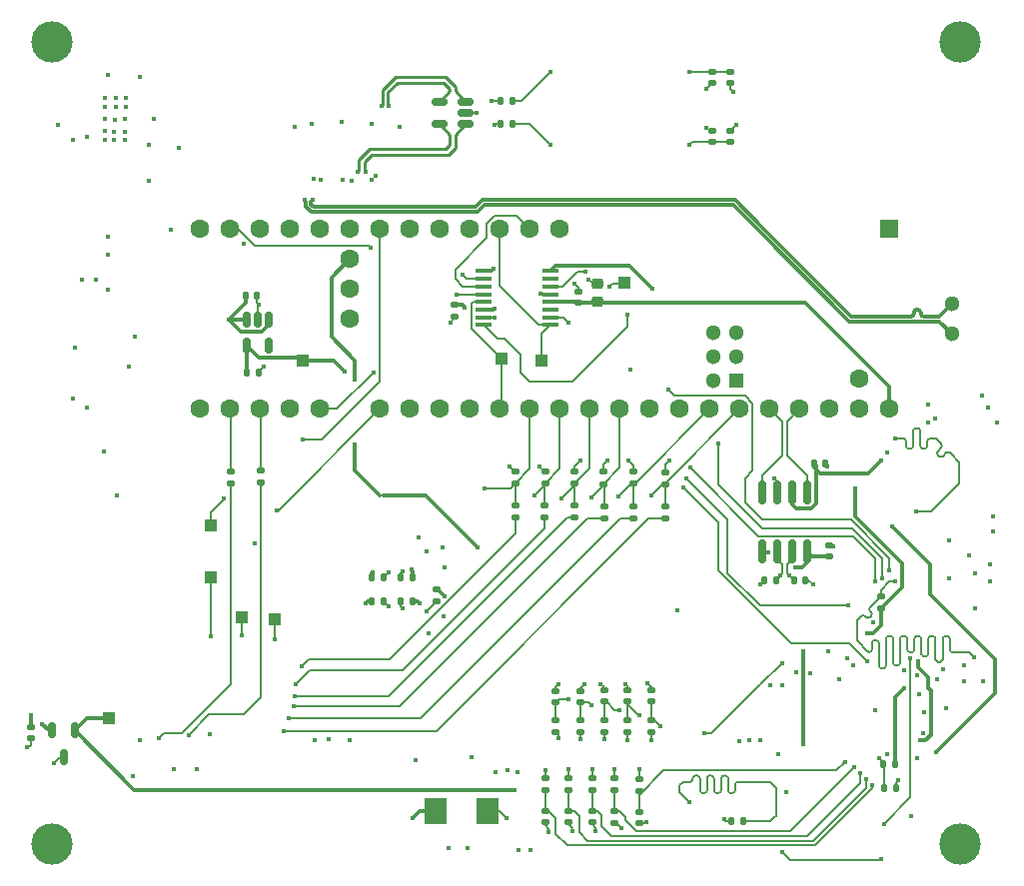
<source format=gbr>
%TF.GenerationSoftware,KiCad,Pcbnew,9.0.6*%
%TF.CreationDate,2026-02-09T18:54:36-05:00*%
%TF.ProjectId,main_board_v3,6d61696e-5f62-46f6-9172-645f76332e6b,rev?*%
%TF.SameCoordinates,Original*%
%TF.FileFunction,Copper,L4,Bot*%
%TF.FilePolarity,Positive*%
%FSLAX46Y46*%
G04 Gerber Fmt 4.6, Leading zero omitted, Abs format (unit mm)*
G04 Created by KiCad (PCBNEW 9.0.6) date 2026-02-09 18:54:36*
%MOMM*%
%LPD*%
G01*
G04 APERTURE LIST*
G04 Aperture macros list*
%AMRoundRect*
0 Rectangle with rounded corners*
0 $1 Rounding radius*
0 $2 $3 $4 $5 $6 $7 $8 $9 X,Y pos of 4 corners*
0 Add a 4 corners polygon primitive as box body*
4,1,4,$2,$3,$4,$5,$6,$7,$8,$9,$2,$3,0*
0 Add four circle primitives for the rounded corners*
1,1,$1+$1,$2,$3*
1,1,$1+$1,$4,$5*
1,1,$1+$1,$6,$7*
1,1,$1+$1,$8,$9*
0 Add four rect primitives between the rounded corners*
20,1,$1+$1,$2,$3,$4,$5,0*
20,1,$1+$1,$4,$5,$6,$7,0*
20,1,$1+$1,$6,$7,$8,$9,0*
20,1,$1+$1,$8,$9,$2,$3,0*%
G04 Aperture macros list end*
%TA.AperFunction,ComponentPad*%
%ADD10C,3.500000*%
%TD*%
%TA.AperFunction,ComponentPad*%
%ADD11R,1.600000X1.600000*%
%TD*%
%TA.AperFunction,ComponentPad*%
%ADD12C,1.600000*%
%TD*%
%TA.AperFunction,ComponentPad*%
%ADD13R,1.300000X1.300000*%
%TD*%
%TA.AperFunction,ComponentPad*%
%ADD14C,1.300000*%
%TD*%
%TA.AperFunction,SMDPad,CuDef*%
%ADD15RoundRect,0.135000X0.185000X-0.135000X0.185000X0.135000X-0.185000X0.135000X-0.185000X-0.135000X0*%
%TD*%
%TA.AperFunction,SMDPad,CuDef*%
%ADD16RoundRect,0.135000X-0.135000X-0.185000X0.135000X-0.185000X0.135000X0.185000X-0.135000X0.185000X0*%
%TD*%
%TA.AperFunction,SMDPad,CuDef*%
%ADD17RoundRect,0.135000X0.135000X0.185000X-0.135000X0.185000X-0.135000X-0.185000X0.135000X-0.185000X0*%
%TD*%
%TA.AperFunction,SMDPad,CuDef*%
%ADD18RoundRect,0.150000X-0.150000X0.512500X-0.150000X-0.512500X0.150000X-0.512500X0.150000X0.512500X0*%
%TD*%
%TA.AperFunction,SMDPad,CuDef*%
%ADD19RoundRect,0.140000X0.140000X0.170000X-0.140000X0.170000X-0.140000X-0.170000X0.140000X-0.170000X0*%
%TD*%
%TA.AperFunction,SMDPad,CuDef*%
%ADD20RoundRect,0.150000X-0.150000X0.825000X-0.150000X-0.825000X0.150000X-0.825000X0.150000X0.825000X0*%
%TD*%
%TA.AperFunction,SMDPad,CuDef*%
%ADD21R,1.874000X2.259800*%
%TD*%
%TA.AperFunction,SMDPad,CuDef*%
%ADD22RoundRect,0.140000X-0.170000X0.140000X-0.170000X-0.140000X0.170000X-0.140000X0.170000X0.140000X0*%
%TD*%
%TA.AperFunction,SMDPad,CuDef*%
%ADD23RoundRect,0.140000X0.170000X-0.140000X0.170000X0.140000X-0.170000X0.140000X-0.170000X-0.140000X0*%
%TD*%
%TA.AperFunction,SMDPad,CuDef*%
%ADD24RoundRect,0.135000X-0.185000X0.135000X-0.185000X-0.135000X0.185000X-0.135000X0.185000X0.135000X0*%
%TD*%
%TA.AperFunction,SMDPad,CuDef*%
%ADD25R,1.000000X1.000000*%
%TD*%
%TA.AperFunction,SMDPad,CuDef*%
%ADD26RoundRect,0.140000X-0.140000X-0.170000X0.140000X-0.170000X0.140000X0.170000X-0.140000X0.170000X0*%
%TD*%
%TA.AperFunction,SMDPad,CuDef*%
%ADD27RoundRect,0.225000X-0.250000X0.225000X-0.250000X-0.225000X0.250000X-0.225000X0.250000X0.225000X0*%
%TD*%
%TA.AperFunction,SMDPad,CuDef*%
%ADD28RoundRect,0.150000X0.512500X0.150000X-0.512500X0.150000X-0.512500X-0.150000X0.512500X-0.150000X0*%
%TD*%
%TA.AperFunction,SMDPad,CuDef*%
%ADD29R,1.473200X0.355600*%
%TD*%
%TA.AperFunction,ViaPad*%
%ADD30C,0.450000*%
%TD*%
%TA.AperFunction,Conductor*%
%ADD31C,0.200000*%
%TD*%
%TA.AperFunction,Conductor*%
%ADD32C,0.300000*%
%TD*%
%TA.AperFunction,Conductor*%
%ADD33C,0.288800*%
%TD*%
G04 APERTURE END LIST*
D10*
%TO.P,H4,1*%
%TO.N,N/C*%
X132000000Y-85000000D03*
%TD*%
%TO.P,H3,1*%
%TO.N,N/C*%
X132000000Y-17000000D03*
%TD*%
%TO.P,H1,1*%
%TO.N,N/C*%
X55000000Y-17000000D03*
%TD*%
%TO.P,H2,1*%
%TO.N,N/C*%
X55000000Y-85000000D03*
%TD*%
D11*
%TO.P,U1,1,GND*%
%TO.N,GNDD*%
X126000000Y-32860000D03*
D12*
%TO.P,U1,12,10_CS_MQSR*%
%TO.N,!LDAC*%
X98060000Y-32860000D03*
%TO.P,U1,13,11_MOSI_CTX1*%
%TO.N,MOSI1*%
X95520000Y-32860000D03*
%TO.P,U1,14,12_MISO_MQSL*%
%TO.N,MISO1*%
X92980000Y-32860000D03*
%TO.P,U1,15,3V3*%
%TO.N,3V3_teensy*%
X90440000Y-32860000D03*
%TO.P,U1,16,24_A10_TX6_SCL2*%
%TO.N,unconnected-(U1-24_A10_TX6_SCL2-Pad16)*%
X87900000Y-32860000D03*
%TO.P,U1,17,25_A11_RX6_SDA2*%
%TO.N,unconnected-(U1-25_A11_RX6_SDA2-Pad17)*%
X85360000Y-32860000D03*
%TO.P,U1,18,26_A12_MOSI1*%
%TO.N,MOSI_ESP*%
X82820000Y-32860000D03*
%TO.P,U1,19,27_A13_SCK1*%
%TO.N,SCLK_ESP*%
X80280000Y-32860000D03*
%TO.P,U1,20,28_RX7*%
%TO.N,unconnected-(U1-28_RX7-Pad20)*%
X77740000Y-32860000D03*
%TO.P,U1,21,29_TX7*%
%TO.N,unconnected-(U1-29_TX7-Pad21)*%
X75200000Y-32860000D03*
%TO.P,U1,22,30_CRX3*%
%TO.N,RESET_DAC*%
X72660000Y-32860000D03*
%TO.P,U1,23,31_CTX3*%
%TO.N,SYNC*%
X70120000Y-32860000D03*
%TO.P,U1,24,32_OUT1B*%
%TO.N,LED_CONTROL*%
X67580000Y-32860000D03*
%TO.P,U1,25,33_MCLK2*%
%TO.N,unconnected-(U1-33_MCLK2-Pad25)*%
X67580000Y-48100000D03*
%TO.P,U1,26,34_RX8*%
%TO.N,Net-(U1-34_RX8)*%
X70120000Y-48100000D03*
%TO.P,U1,27,35_TX8*%
%TO.N,Net-(U1-35_TX8)*%
X72660000Y-48100000D03*
%TO.P,U1,28,36_CS*%
%TO.N,CS_ESP*%
X75200000Y-48100000D03*
%TO.P,U1,29,37_CS*%
%TO.N,!CS_ADC*%
X77740000Y-48100000D03*
%TO.P,U1,31,39_MISO1_OUT1A*%
%TO.N,MISO_ESP*%
X82820000Y-48100000D03*
%TO.P,U1,32,40_A16*%
%TO.N,unconnected-(U1-40_A16-Pad32)*%
X85360000Y-48100000D03*
%TO.P,U1,33,41_A17*%
%TO.N,!ERROR*%
X87900000Y-48100000D03*
%TO.P,U1,34,GND*%
%TO.N,GNDD*%
X90440000Y-48100000D03*
%TO.P,U1,35,13_SCK_LED*%
%TO.N,SCLK1*%
X92980000Y-48100000D03*
%TO.P,U1,36,14_A0_TX3_SPDIF_OUT*%
%TO.N,D6_shift*%
X95520000Y-48100000D03*
%TO.P,U1,37,15_A1_RX3_SPDIF_IN*%
%TO.N,D5_shift*%
X98060000Y-48100000D03*
%TO.P,U1,38,16_A2_RX4_SCL1*%
%TO.N,D4_shift*%
X100600000Y-48100000D03*
%TO.P,U1,39,17_A3_TX4_SDA1*%
%TO.N,D3_shift*%
X103140000Y-48100000D03*
%TO.P,U1,40,18_A4_SDA*%
%TO.N,SDA*%
X105680000Y-48100000D03*
%TO.P,U1,41,19_A5_SCL*%
%TO.N,SCL*%
X108220000Y-48100000D03*
%TO.P,U1,42,20_A6_TX5_LRCLK1*%
%TO.N,D2_shift*%
X110760000Y-48100000D03*
%TO.P,U1,43,21_A7_RX5_BCLK1*%
%TO.N,D1_shift*%
X113300000Y-48100000D03*
%TO.P,U1,44,22_A8_CTX1*%
%TO.N,CAND+*%
X115840000Y-48100000D03*
%TO.P,U1,45,23_A9_CRX1_MCLK1*%
%TO.N,CAND-*%
X118380000Y-48100000D03*
%TO.P,U1,46,3V3*%
%TO.N,3V3_to_buff*%
X120920000Y-48100000D03*
%TO.P,U1,47,GND*%
%TO.N,GNDA*%
X123460000Y-48100000D03*
%TO.P,U1,48,VIN*%
%TO.N,5V*%
X126000000Y-48100000D03*
%TO.P,U1,49,VUSB*%
%TO.N,unconnected-(U1-VUSB-Pad49)*%
X123460000Y-45560000D03*
%TO.P,U1,50,VBAT*%
%TO.N,Net-(BT1-+)*%
X80280000Y-35400000D03*
%TO.P,U1,51,3V3*%
%TO.N,unconnected-(U1-3V3-Pad51)*%
X80280000Y-37940000D03*
%TO.P,U1,52,GND*%
%TO.N,GNDD*%
X80280000Y-40480000D03*
D13*
%TO.P,U1,60,R+*%
%TO.N,RD+*%
X113030000Y-45661600D03*
D14*
%TO.P,U1,61,LED*%
%TO.N,unconnected-(U1-LED-Pad61)*%
X113030000Y-43661600D03*
%TO.P,U1,62,T-*%
%TO.N,TD-*%
X113030000Y-41661600D03*
%TO.P,U1,63,T+*%
%TO.N,TD+*%
X111030000Y-41661600D03*
%TO.P,U1,64,GND*%
%TO.N,GNDD*%
X111030000Y-43661600D03*
%TO.P,U1,65,R-*%
%TO.N,RD-*%
X111030000Y-45661600D03*
%TO.P,U1,66,D-*%
%TO.N,usb-*%
X131290000Y-41750000D03*
%TO.P,U1,67,D+*%
%TO.N,usb+*%
X131290000Y-39210000D03*
%TD*%
D15*
%TO.P,R49,1*%
%TO.N,A7_nyq*%
X102700000Y-80440000D03*
%TO.P,R49,2*%
%TO.N,AN7*%
X102700000Y-79420000D03*
%TD*%
%TO.P,R17,1*%
%TO.N,D1_shift*%
X107000000Y-54480000D03*
%TO.P,R17,2*%
%TO.N,GNDD*%
X107000000Y-53460000D03*
%TD*%
%TO.P,R65,1*%
%TO.N,A10_nyq*%
X96800000Y-80420000D03*
%TO.P,R65,2*%
%TO.N,AN10*%
X96800000Y-79400000D03*
%TD*%
D16*
%TO.P,R27,1*%
%TO.N,GNDD*%
X93005000Y-23950000D03*
%TO.P,R27,2*%
%TO.N,Net-(T1-RXCT)*%
X94025000Y-23950000D03*
%TD*%
D17*
%TO.P,R3,1*%
%TO.N,5V*%
X85610000Y-64400000D03*
%TO.P,R3,2*%
%TO.N,SCL_mag*%
X84590000Y-64400000D03*
%TD*%
D18*
%TO.P,IC1,1,IN*%
%TO.N,11.1V*%
X55050000Y-75362500D03*
%TO.P,IC1,2,OUT*%
%TO.N,5V_ref*%
X56950000Y-75362500D03*
%TO.P,IC1,3,GND*%
%TO.N,PGND*%
X56000000Y-77637500D03*
%TD*%
D15*
%TO.P,R4,1*%
%TO.N,DN6*%
X94300000Y-57310000D03*
%TO.P,R4,2*%
%TO.N,D6_shift*%
X94300000Y-56290000D03*
%TD*%
D19*
%TO.P,C3,1*%
%TO.N,GNDA*%
X120540000Y-52761600D03*
%TO.P,C3,2*%
%TO.N,5V*%
X119580000Y-52761600D03*
%TD*%
D20*
%TO.P,U3,1,TXD*%
%TO.N,CAND+*%
X115190000Y-55211600D03*
%TO.P,U3,2,VSS*%
%TO.N,GNDD*%
X116460000Y-55211600D03*
%TO.P,U3,3,VDD*%
%TO.N,5V*%
X117730000Y-55211600D03*
%TO.P,U3,4,RXD*%
%TO.N,CAND-*%
X119000000Y-55211600D03*
%TO.P,U3,5,VIO*%
%TO.N,3V3_teensy*%
X119000000Y-60161600D03*
%TO.P,U3,6,CANL*%
%TO.N,CAN-*%
X117730000Y-60161600D03*
%TO.P,U3,7,CANH*%
%TO.N,CAN+*%
X116460000Y-60161600D03*
%TO.P,U3,8,STBY*%
%TO.N,GNDD*%
X115190000Y-60161600D03*
%TD*%
D21*
%TO.P,D1,1,K*%
%TO.N,11.1V*%
X87486000Y-82200000D03*
%TO.P,D1,2,A*%
%TO.N,11.1V_battery*%
X91900000Y-82200000D03*
%TD*%
D16*
%TO.P,R13,1*%
%TO.N,Net-(IC6-AIN14)*%
X125500000Y-80250000D03*
%TO.P,R13,2*%
%TO.N,GNDA*%
X126520000Y-80250000D03*
%TD*%
D22*
%TO.P,C45,1*%
%TO.N,A9_nyq*%
X98800000Y-82150000D03*
%TO.P,C45,2*%
%TO.N,GNDA*%
X98800000Y-83110000D03*
%TD*%
D15*
%TO.P,R18,1*%
%TO.N,D2_shift*%
X104300000Y-54420000D03*
%TO.P,R18,2*%
%TO.N,GNDD*%
X104300000Y-53400000D03*
%TD*%
D23*
%TO.P,C29,1*%
%TO.N,GNDD*%
X112500000Y-20478685D03*
%TO.P,C29,2*%
%TO.N,Net-(T1-TCT)*%
X112500000Y-19518685D03*
%TD*%
D15*
%TO.P,R29,1*%
%TO.N,DN3*%
X101800000Y-57420000D03*
%TO.P,R29,2*%
%TO.N,D3_shift*%
X101800000Y-56400000D03*
%TD*%
D22*
%TO.P,C12,1*%
%TO.N,GNDD*%
X99600000Y-38120000D03*
%TO.P,C12,2*%
%TO.N,5V*%
X99600000Y-39080000D03*
%TD*%
D18*
%TO.P,IC2,1,IN*%
%TO.N,3V3_esp*%
X71500000Y-40500000D03*
%TO.P,IC2,2,GND*%
%TO.N,PGND*%
X72450000Y-40500000D03*
%TO.P,IC2,3,EN*%
%TO.N,3V3_esp*%
X73400000Y-40500000D03*
%TO.P,IC2,4,NC*%
%TO.N,unconnected-(IC2-NC-Pad4)*%
X73400000Y-42775000D03*
%TO.P,IC2,5,OUT*%
%TO.N,2V5*%
X71500000Y-42775000D03*
%TD*%
D24*
%TO.P,R44,1*%
%TO.N,A4_nyq*%
X103800000Y-74490000D03*
%TO.P,R44,2*%
%TO.N,AN4*%
X103800000Y-75510000D03*
%TD*%
D16*
%TO.P,R28,1*%
%TO.N,GNDD*%
X93005000Y-21960000D03*
%TO.P,R28,2*%
%TO.N,Net-(T1-TXCT)*%
X94025000Y-21960000D03*
%TD*%
D22*
%TO.P,C43,1*%
%TO.N,A7_nyq*%
X102700000Y-82220000D03*
%TO.P,C43,2*%
%TO.N,GNDA*%
X102700000Y-83180000D03*
%TD*%
%TO.P,C42,1*%
%TO.N,A6_nyq*%
X104800000Y-82260000D03*
%TO.P,C42,2*%
%TO.N,GNDA*%
X104800000Y-83220000D03*
%TD*%
D15*
%TO.P,R19,1*%
%TO.N,DN2*%
X104300000Y-57420000D03*
%TO.P,R19,2*%
%TO.N,D2_shift*%
X104300000Y-56400000D03*
%TD*%
D25*
%TO.P,TP4,1,1*%
%TO.N,MISO1*%
X96500000Y-44000000D03*
%TD*%
D23*
%TO.P,C35,1*%
%TO.N,A4_nyq*%
X103800000Y-72900000D03*
%TO.P,C35,2*%
%TO.N,GNDA*%
X103800000Y-71940000D03*
%TD*%
D15*
%TO.P,R26,1*%
%TO.N,D3_shift*%
X101750000Y-54460000D03*
%TO.P,R26,2*%
%TO.N,GNDD*%
X101750000Y-53440000D03*
%TD*%
D24*
%TO.P,R41,1*%
%TO.N,A1_nyq*%
X97700000Y-74490000D03*
%TO.P,R41,2*%
%TO.N,AN1*%
X97700000Y-75510000D03*
%TD*%
D26*
%TO.P,C2,1*%
%TO.N,2V5*%
X71540000Y-45000000D03*
%TO.P,C2,2*%
%TO.N,PGND*%
X72500000Y-45000000D03*
%TD*%
D27*
%TO.P,C11,1*%
%TO.N,GNDD*%
X101200000Y-37500000D03*
%TO.P,C11,2*%
%TO.N,5V*%
X101200000Y-39050000D03*
%TD*%
D25*
%TO.P,TP16,1,1*%
%TO.N,Net-(U5-GPIO20{slash}D7{slash}RX)*%
X68500000Y-58000000D03*
%TD*%
%TO.P,TP5,1,1*%
%TO.N,MOSI1*%
X103500000Y-37400000D03*
%TD*%
D15*
%TO.P,R30,1*%
%TO.N,D4_shift*%
X99300000Y-54420000D03*
%TO.P,R30,2*%
%TO.N,GNDD*%
X99300000Y-53400000D03*
%TD*%
D26*
%TO.P,C51,1*%
%TO.N,CAN-*%
X117910000Y-62626600D03*
%TO.P,C51,2*%
%TO.N,GNDD*%
X118870000Y-62626600D03*
%TD*%
D19*
%TO.P,C52,1*%
%TO.N,CAN+*%
X116370000Y-62626600D03*
%TO.P,C52,2*%
%TO.N,GNDD*%
X115410000Y-62626600D03*
%TD*%
D17*
%TO.P,R5,1*%
%TO.N,5V*%
X126510000Y-78250000D03*
%TO.P,R5,2*%
%TO.N,Net-(IC6-AIN14)*%
X125490000Y-78250000D03*
%TD*%
D28*
%TO.P,D2,1,A_1*%
%TO.N,TX+*%
X90100000Y-22050000D03*
%TO.P,D2,2,A_2*%
%TO.N,GNDD*%
X90100000Y-23000000D03*
%TO.P,D2,3,A_3*%
%TO.N,RX-*%
X90100000Y-23950000D03*
%TO.P,D2,4,K_1*%
%TO.N,RX+*%
X87825000Y-23950000D03*
%TO.P,D2,5,K_2*%
%TO.N,TX-*%
X87825000Y-22050000D03*
%TD*%
D25*
%TO.P,TP13,1,1*%
%TO.N,5V_ref*%
X59800000Y-74300000D03*
%TD*%
D22*
%TO.P,C44,1*%
%TO.N,A8_nyq*%
X100800000Y-82180000D03*
%TO.P,C44,2*%
%TO.N,GNDA*%
X100800000Y-83140000D03*
%TD*%
D15*
%TO.P,R16,1*%
%TO.N,DN1*%
X107000000Y-57420000D03*
%TO.P,R16,2*%
%TO.N,D1_shift*%
X107000000Y-56400000D03*
%TD*%
D29*
%TO.P,U2,1,VREF*%
%TO.N,2V5_ref*%
X97219400Y-36425001D03*
%TO.P,U2,2,NC*%
%TO.N,unconnected-(U2-NC-Pad2)*%
X97219400Y-37074999D03*
%TO.P,U2,3,VOUTA*%
%TO.N,bias_A*%
X97219400Y-37725001D03*
%TO.P,U2,4,GND*%
%TO.N,GNDD*%
X97219400Y-38374999D03*
%TO.P,U2,5,VDD*%
%TO.N,5V*%
X97219400Y-39024998D03*
%TO.P,U2,6,NC*%
%TO.N,unconnected-(U2-NC-Pad6)*%
X97219400Y-39674999D03*
%TO.P,U2,7,VOUTB*%
%TO.N,bias_B*%
X97219400Y-40324998D03*
%TO.P,U2,8,SDO*%
%TO.N,MISO1*%
X97219400Y-40974999D03*
%TO.P,U2,9,\u002ALDAC*%
%TO.N,!LDAC*%
X91580600Y-40974999D03*
%TO.P,U2,10,GAIN*%
%TO.N,GNDD*%
X91580600Y-40325001D03*
%TO.P,U2,11,VLOGIC*%
%TO.N,3V3_teensy*%
X91580600Y-39674999D03*
%TO.P,U2,12,SCLK*%
%TO.N,SCLK1*%
X91580600Y-39025001D03*
%TO.P,U2,13,\u002ASYNC*%
%TO.N,SYNC*%
X91580600Y-38375002D03*
%TO.P,U2,14,SDIN*%
%TO.N,MOSI1*%
X91580600Y-37725001D03*
%TO.P,U2,15,\u002ARESET*%
%TO.N,RESET_DAC*%
X91580600Y-37075002D03*
%TO.P,U2,16,RSTSEL*%
%TO.N,3V3_teensy*%
X91580600Y-36425001D03*
%TD*%
D26*
%TO.P,C1,1*%
%TO.N,3V3_esp*%
X71420000Y-38498898D03*
%TO.P,C1,2*%
%TO.N,PGND*%
X72380000Y-38498898D03*
%TD*%
D15*
%TO.P,R48,1*%
%TO.N,A6_nyq*%
X104800000Y-80500000D03*
%TO.P,R48,2*%
%TO.N,AN6*%
X104800000Y-79480000D03*
%TD*%
D22*
%TO.P,C46,1*%
%TO.N,A10_nyq*%
X96800000Y-82160000D03*
%TO.P,C46,2*%
%TO.N,GNDA*%
X96800000Y-83120000D03*
%TD*%
D17*
%TO.P,R7,1*%
%TO.N,3V3_esp*%
X85610000Y-62400000D03*
%TO.P,R7,2*%
%TO.N,SCL*%
X84590000Y-62400000D03*
%TD*%
D24*
%TO.P,R43,1*%
%TO.N,A3_nyq*%
X101800000Y-74480000D03*
%TO.P,R43,2*%
%TO.N,AN3*%
X101800000Y-75500000D03*
%TD*%
D17*
%TO.P,R39,1*%
%TO.N,sg_sense_2_FR*%
X113610000Y-83000000D03*
%TO.P,R39,2*%
%TO.N,GNDA*%
X112590000Y-83000000D03*
%TD*%
D24*
%TO.P,R40,1*%
%TO.N,5V*%
X87600000Y-63400000D03*
%TO.P,R40,2*%
%TO.N,Net-(IC9-EN)*%
X87600000Y-64420000D03*
%TD*%
D25*
%TO.P,TP15,1,1*%
%TO.N,Net-(U5-GPIO21{slash}D6{slash}TX)*%
X73900000Y-65900000D03*
%TD*%
D15*
%TO.P,R64,1*%
%TO.N,A9_nyq*%
X98800000Y-80410000D03*
%TO.P,R64,2*%
%TO.N,AN9*%
X98800000Y-79390000D03*
%TD*%
D23*
%TO.P,C34,1*%
%TO.N,A3_nyq*%
X101800000Y-72900000D03*
%TO.P,C34,2*%
%TO.N,GNDA*%
X101800000Y-71940000D03*
%TD*%
D25*
%TO.P,TP6,1,1*%
%TO.N,SCLK1*%
X93111100Y-43850000D03*
%TD*%
D22*
%TO.P,C32,1*%
%TO.N,GNDD*%
X111000000Y-24518685D03*
%TO.P,C32,2*%
%TO.N,Net-(T1-RCT)*%
X111000000Y-25478685D03*
%TD*%
D25*
%TO.P,TP9,1,1*%
%TO.N,2V5*%
X76250000Y-44000000D03*
%TD*%
D15*
%TO.P,R14,1*%
%TO.N,GP{slash}Int1*%
X72730000Y-54371600D03*
%TO.P,R14,2*%
%TO.N,Net-(U1-35_TX8)*%
X72730000Y-53351600D03*
%TD*%
D16*
%TO.P,R6,1*%
%TO.N,3V3_esp*%
X82100000Y-62400000D03*
%TO.P,R6,2*%
%TO.N,SDA*%
X83120000Y-62400000D03*
%TD*%
D15*
%TO.P,R2,1*%
%TO.N,GP{slash}Int2*%
X70130000Y-54381600D03*
%TO.P,R2,2*%
%TO.N,Net-(U1-34_RX8)*%
X70130000Y-53361600D03*
%TD*%
D16*
%TO.P,R8,1*%
%TO.N,5V*%
X82090000Y-64400000D03*
%TO.P,R8,2*%
%TO.N,SDA_mag*%
X83110000Y-64400000D03*
%TD*%
D24*
%TO.P,R46,1*%
%TO.N,A5_nyq*%
X105800000Y-74480000D03*
%TO.P,R46,2*%
%TO.N,AN5*%
X105800000Y-75500000D03*
%TD*%
D23*
%TO.P,C33,1*%
%TO.N,A2_nyq*%
X99800000Y-72990000D03*
%TO.P,C33,2*%
%TO.N,GNDA*%
X99800000Y-72030000D03*
%TD*%
%TO.P,C41,1*%
%TO.N,PGND*%
X53200000Y-76030000D03*
%TO.P,C41,2*%
%TO.N,11.1V*%
X53200000Y-75070000D03*
%TD*%
%TO.P,C37,1*%
%TO.N,A5_nyq*%
X105800000Y-72870000D03*
%TO.P,C37,2*%
%TO.N,GNDA*%
X105800000Y-71910000D03*
%TD*%
D25*
%TO.P,TP17,1,1*%
%TO.N,Net-(U5-GPIO6{slash}D4{slash}SDA)*%
X68500000Y-62400000D03*
%TD*%
D15*
%TO.P,R63,1*%
%TO.N,A8_nyq*%
X100800000Y-80410000D03*
%TO.P,R63,2*%
%TO.N,AN8*%
X100800000Y-79390000D03*
%TD*%
%TO.P,R20,1*%
%TO.N,2V5*%
X125250000Y-65010000D03*
%TO.P,R20,2*%
%TO.N,sg1-*%
X125250000Y-63990000D03*
%TD*%
D22*
%TO.P,C24,1*%
%TO.N,3V3_teensy*%
X89150000Y-39300000D03*
%TO.P,C24,2*%
%TO.N,GNDD*%
X89150000Y-40260000D03*
%TD*%
D23*
%TO.P,C28,1*%
%TO.N,A1_nyq*%
X97700000Y-72980000D03*
%TO.P,C28,2*%
%TO.N,GNDA*%
X97700000Y-72020000D03*
%TD*%
D22*
%TO.P,C31,1*%
%TO.N,GNDD*%
X112500000Y-24498685D03*
%TO.P,C31,2*%
%TO.N,Net-(T1-RCT)*%
X112500000Y-25458685D03*
%TD*%
D25*
%TO.P,TP18,1,1*%
%TO.N,Net-(U5-GPIO7{slash}D5{slash}SCL)*%
X71100000Y-65800000D03*
%TD*%
D22*
%TO.P,C4,1*%
%TO.N,GNDA*%
X120845000Y-59646600D03*
%TO.P,C4,2*%
%TO.N,3V3_teensy*%
X120845000Y-60606600D03*
%TD*%
D24*
%TO.P,R15,1*%
%TO.N,GNDD*%
X94300000Y-53380000D03*
%TO.P,R15,2*%
%TO.N,D6_shift*%
X94300000Y-54400000D03*
%TD*%
%TO.P,R42,1*%
%TO.N,A2_nyq*%
X99800000Y-74480000D03*
%TO.P,R42,2*%
%TO.N,AN2*%
X99800000Y-75500000D03*
%TD*%
D15*
%TO.P,R34,1*%
%TO.N,DN5*%
X96750000Y-57310000D03*
%TO.P,R34,2*%
%TO.N,D5_shift*%
X96750000Y-56290000D03*
%TD*%
%TO.P,R31,1*%
%TO.N,DN4*%
X99300000Y-57320000D03*
%TO.P,R31,2*%
%TO.N,D4_shift*%
X99300000Y-56300000D03*
%TD*%
D23*
%TO.P,C30,1*%
%TO.N,GNDD*%
X111000000Y-20458685D03*
%TO.P,C30,2*%
%TO.N,Net-(T1-TCT)*%
X111000000Y-19498685D03*
%TD*%
D15*
%TO.P,R32,1*%
%TO.N,D5_shift*%
X96800000Y-54420000D03*
%TO.P,R32,2*%
%TO.N,GNDD*%
X96800000Y-53400000D03*
%TD*%
D30*
%TO.N,GNDA*%
X127800000Y-82600000D03*
X95550000Y-85500000D03*
X116600000Y-77400000D03*
X105400000Y-83100000D03*
X121250000Y-59775000D03*
X103600000Y-71400000D03*
X100100000Y-71440000D03*
X97100000Y-84000000D03*
X135124000Y-49250000D03*
X124800000Y-73600000D03*
X130514040Y-70178343D03*
X129250000Y-49250000D03*
X90600000Y-77600000D03*
X114100000Y-76200000D03*
X132321212Y-69789943D03*
X112000000Y-82900000D03*
X134500000Y-61250000D03*
X99100000Y-83900000D03*
X133250000Y-65000000D03*
X101500000Y-71400000D03*
X105500000Y-71390000D03*
X130750000Y-73500000D03*
X128800000Y-75600000D03*
X113300000Y-76300000D03*
X115000000Y-76200000D03*
X126700000Y-79600000D03*
X125800000Y-51800000D03*
X128301000Y-77700000D03*
X128511866Y-72259128D03*
X117200000Y-80600000D03*
X129834854Y-48932893D03*
X101100000Y-83900000D03*
X115900000Y-71500000D03*
X120750000Y-53000000D03*
X127250000Y-70250000D03*
X103300000Y-83600000D03*
X134750000Y-57250000D03*
X97925000Y-71425000D03*
X133900000Y-71200000D03*
X132750000Y-60500000D03*
%TO.N,2V5*%
X123100000Y-54800000D03*
X118700000Y-76500000D03*
X118700000Y-68600000D03*
X124075000Y-67100000D03*
X128900000Y-73825000D03*
X79800000Y-44900000D03*
%TO.N,5V_usb*%
X62000000Y-42000000D03*
X65100000Y-32900000D03*
%TO.N,5V*%
X61500000Y-44500000D03*
X134750000Y-58500000D03*
X68400000Y-75700000D03*
X129250000Y-47750000D03*
X133874000Y-47000000D03*
X130000000Y-71000000D03*
X88200000Y-65700000D03*
X86200000Y-64600000D03*
X132300000Y-71200000D03*
X133250000Y-62000000D03*
X59400000Y-51700000D03*
X134374000Y-48000000D03*
X56750000Y-47250000D03*
X88247968Y-63969908D03*
X78492280Y-76091874D03*
X125250000Y-52500000D03*
X127250002Y-71781670D03*
X81600000Y-64600000D03*
X134500000Y-62750000D03*
X128301000Y-70700000D03*
%TO.N,11.1V_battery*%
X93500000Y-82800000D03*
X92600000Y-78900000D03*
X93600000Y-78700000D03*
%TO.N,sg1+*%
X127776000Y-69250000D03*
X125500000Y-83250000D03*
%TO.N,sg2+*%
X110300000Y-75625000D03*
X116875000Y-69625000D03*
%TO.N,SDA_mag*%
X83565000Y-64855000D03*
%TO.N,SCL_mag*%
X84725000Y-65000000D03*
%TO.N,DN6*%
X76150000Y-69950000D03*
%TO.N,AN5*%
X105800000Y-76200000D03*
%TO.N,DN4*%
X75600000Y-72425000D03*
%TO.N,AN4*%
X103800000Y-76200000D03*
%TO.N,DN5*%
X75700000Y-71400000D03*
%TO.N,RX-*%
X90100000Y-23950000D03*
X81570300Y-28000000D03*
%TO.N,DN2*%
X75108732Y-74333732D03*
%TO.N,GP{slash}Int1*%
X66621232Y-75721232D03*
%TO.N,Net-(BT1-+)*%
X80700000Y-51100000D03*
X91100000Y-59800000D03*
X80700000Y-45600000D03*
%TO.N,AN10*%
X96800000Y-78700000D03*
%TO.N,RX+*%
X87825000Y-23950000D03*
X80929700Y-28000000D03*
%TO.N,AN2*%
X99800000Y-76100000D03*
%TO.N,PGND*%
X60365000Y-23591000D03*
X57575000Y-37150000D03*
X73000000Y-44500000D03*
X59750000Y-33500000D03*
X62500000Y-20000000D03*
X61200000Y-23500000D03*
X88600000Y-85300000D03*
X58000000Y-25000000D03*
X59750000Y-38000000D03*
X60300000Y-25300000D03*
X58725000Y-37150000D03*
X61300000Y-21700000D03*
X59500000Y-25300000D03*
X59500000Y-24500000D03*
X60400000Y-21700000D03*
X61200000Y-24600000D03*
X52900000Y-76800000D03*
X72500000Y-39250000D03*
X61300000Y-22500000D03*
X59500000Y-21700000D03*
X58000000Y-48000000D03*
X56750000Y-25250000D03*
X59500000Y-23500000D03*
X56934616Y-42890000D03*
X59750000Y-35000000D03*
X60400000Y-22500000D03*
X63250000Y-25750000D03*
X59500000Y-22500000D03*
X55200000Y-78100000D03*
X61200000Y-25300000D03*
X60300000Y-24600000D03*
%TO.N,AN3*%
X101800000Y-76100000D03*
%TO.N,DN1*%
X74645382Y-75387082D03*
%TO.N,usb-*%
X76400000Y-30366387D03*
%TO.N,AN1*%
X97900000Y-76000000D03*
%TO.N,TX-*%
X83570300Y-22400000D03*
X87825000Y-22050000D03*
%TO.N,sg_sense_1_FL*%
X125250000Y-86250000D03*
X116900000Y-85625000D03*
%TO.N,AN6*%
X104800000Y-78600000D03*
%TO.N,TX+*%
X82929700Y-22400000D03*
X90100000Y-22050000D03*
%TO.N,DN3*%
X75500000Y-73325000D03*
%TO.N,usb+*%
X77100000Y-30366387D03*
%TO.N,sg_sense_2_FR*%
X109000000Y-81400000D03*
%TO.N,AN7*%
X102700000Y-78600000D03*
%TO.N,AN8*%
X100800000Y-78600000D03*
%TO.N,GP{slash}Int2*%
X64100000Y-76000000D03*
%TO.N,3V3_teensy*%
X92539861Y-39564806D03*
X118005087Y-61547984D03*
X90000000Y-39500000D03*
X92455000Y-36250000D03*
%TO.N,AN9*%
X98800000Y-78600000D03*
%TO.N,CAN-*%
X117491700Y-62208300D03*
%TO.N,CAN+*%
X116733352Y-62233352D03*
%TO.N,GNDD*%
X113000000Y-24000000D03*
X121700000Y-71000000D03*
X82100000Y-28700000D03*
X120800000Y-68600000D03*
X82100000Y-23900000D03*
X112750000Y-21250000D03*
X118100000Y-70400000D03*
X88250000Y-61520000D03*
X92250000Y-22000000D03*
X79682584Y-28659362D03*
X84500000Y-24200000D03*
X67300000Y-78600000D03*
X93800000Y-53000000D03*
X116200000Y-54000000D03*
X110500000Y-21000000D03*
X77300000Y-76200000D03*
X115000000Y-63000000D03*
X80200000Y-76200000D03*
X92500000Y-24000000D03*
X85800000Y-77900000D03*
X99250000Y-37500000D03*
X86900000Y-67100000D03*
X65300000Y-78600000D03*
X103900000Y-52475000D03*
X60500000Y-55400000D03*
X99800000Y-52475000D03*
X100481112Y-37107529D03*
X82440900Y-28307152D03*
X75600000Y-24200000D03*
X115735000Y-60250000D03*
X119300000Y-70500000D03*
X116900000Y-71500000D03*
X92500000Y-40400000D03*
X77000000Y-23900000D03*
X62500000Y-76200000D03*
X80440900Y-28740159D03*
X96396069Y-38318859D03*
X108000000Y-65200000D03*
X110500000Y-24250000D03*
X91000000Y-23000000D03*
X79600000Y-23800000D03*
X77233350Y-28633251D03*
X107300000Y-52475000D03*
X96300000Y-53000000D03*
X77800000Y-28700000D03*
X86720000Y-60200000D03*
X119500000Y-63000000D03*
X88750000Y-40750000D03*
X122922742Y-69863044D03*
X102100000Y-52475000D03*
X61900000Y-79200000D03*
%TO.N,B-*%
X90200000Y-85300000D03*
X94500000Y-78900000D03*
X94550000Y-85500000D03*
%TO.N,5V_buck*%
X65750000Y-26000000D03*
X63624061Y-23503097D03*
X59750000Y-19750000D03*
X63250000Y-28750000D03*
%TO.N,5V_ref*%
X94200000Y-80400000D03*
%TO.N,A1_nyq*%
X98800000Y-72700000D03*
%TO.N,Net-(T1-TCT)*%
X109000000Y-19500000D03*
%TO.N,Net-(T1-RCT)*%
X109000000Y-25750000D03*
%TO.N,A2_nyq*%
X100700000Y-73225000D03*
%TO.N,A3_nyq*%
X103100000Y-73626000D03*
%TO.N,A4_nyq*%
X104824000Y-74027000D03*
%TO.N,A5_nyq*%
X106600000Y-75000000D03*
%TO.N,11.1V*%
X53200000Y-74100000D03*
X54200000Y-74800000D03*
X85600000Y-82800000D03*
X55500000Y-24000000D03*
%TO.N,A6_nyq*%
X122250000Y-78000000D03*
%TO.N,A7_nyq*%
X123000000Y-78500000D03*
%TO.N,A8_nyq*%
X123475000Y-79000000D03*
%TO.N,A9_nyq*%
X124000000Y-79500000D03*
%TO.N,A10_nyq*%
X124525000Y-79997449D03*
%TO.N,!ERROR*%
X122500000Y-64750000D03*
X108750000Y-54000000D03*
%TO.N,D6_shift*%
X91700000Y-54800000D03*
%TO.N,SDA*%
X83570000Y-61950000D03*
%TO.N,SCL*%
X84725000Y-61900000D03*
%TO.N,D1_shift*%
X105786119Y-55413881D03*
%TO.N,D2_shift*%
X103000000Y-55500000D03*
%TO.N,sg1-*%
X126500000Y-62750000D03*
X133149173Y-69139173D03*
%TO.N,sg2-*%
X126500000Y-50600000D03*
X128250000Y-56750000D03*
%TO.N,D3_shift*%
X100700000Y-55600000D03*
%TO.N,Net-(T1-RXCT)*%
X97250000Y-25750000D03*
%TO.N,Net-(T1-TXCT)*%
X97250000Y-19500000D03*
%TO.N,D4_shift*%
X98200000Y-55700000D03*
%TO.N,D5_shift*%
X95900000Y-55400000D03*
%TO.N,Net-(IC9-EN)*%
X86760000Y-65260000D03*
%TO.N,MISO_ESP*%
X74030000Y-56661600D03*
%TO.N,MOSI_ESP*%
X76300000Y-50700000D03*
%TO.N,MISO1*%
X126000000Y-61750000D03*
X107250000Y-46500000D03*
%TO.N,MOSI1*%
X125336861Y-62470542D03*
X111500000Y-51000000D03*
X102228768Y-37771232D03*
%TO.N,SCLK1*%
X124750000Y-62750000D03*
X109071232Y-53071232D03*
%TO.N,bias_A*%
X100250000Y-36500000D03*
X131000000Y-62500000D03*
%TO.N,2V5_ref*%
X105900000Y-37900000D03*
X126200000Y-58100000D03*
X129900000Y-77200000D03*
X125800000Y-77400000D03*
%TO.N,!CS_ADC*%
X82250000Y-45000000D03*
X108500000Y-54750000D03*
X124075000Y-69500000D03*
%TO.N,bias_B*%
X98750000Y-40750000D03*
X131000000Y-59250000D03*
X104000000Y-44750000D03*
%TO.N,!LDAC*%
X103800000Y-40100000D03*
%TO.N,SYNC*%
X89317952Y-38375002D03*
X82000000Y-34400000D03*
%TO.N,3V3_esp*%
X71271000Y-34100000D03*
X122400000Y-69200000D03*
X82220000Y-61950000D03*
X128586792Y-76214040D03*
X70000000Y-40500000D03*
X85470000Y-61700000D03*
X72200000Y-59500000D03*
X124647000Y-66200000D03*
X88100000Y-59800000D03*
X128374126Y-69504449D03*
X86100000Y-59000000D03*
%TO.N,Net-(U5-GPIO21{slash}D6{slash}TX)*%
X73900000Y-67600000D03*
%TO.N,Net-(U5-GPIO20{slash}D7{slash}RX)*%
X69605000Y-55700000D03*
%TO.N,Net-(U5-GPIO6{slash}D4{slash}SDA)*%
X68500000Y-67400000D03*
%TO.N,Net-(U5-GPIO7{slash}D5{slash}SCL)*%
X71100000Y-67300000D03*
%TO.N,Net-(IC6-AIN14)*%
X125075000Y-77700000D03*
%TO.N,RESET_DAC*%
X89800000Y-36700000D03*
%TD*%
D31*
%TO.N,GNDA*%
X101800000Y-71940000D02*
X101800000Y-71700000D01*
X102700000Y-83180000D02*
X102880000Y-83180000D01*
X100800000Y-83300000D02*
X101100000Y-83600000D01*
X130514040Y-70178343D02*
X130500000Y-70164303D01*
X120540000Y-52761600D02*
X120540000Y-52790000D01*
X98800000Y-83110000D02*
X98800000Y-83300000D01*
X126520000Y-79780000D02*
X126700000Y-79600000D01*
X99800000Y-72030000D02*
X99800000Y-71740000D01*
X130500000Y-70164303D02*
X130500000Y-70059817D01*
X99800000Y-71740000D02*
X100100000Y-71440000D01*
X97925000Y-71425000D02*
X97700000Y-71650000D01*
X105280000Y-83220000D02*
X105400000Y-83100000D01*
X96800000Y-83120000D02*
X96800000Y-83400000D01*
X105800000Y-71690000D02*
X105500000Y-71390000D01*
X112590000Y-83000000D02*
X112100000Y-83000000D01*
X96800000Y-83400000D02*
X97100000Y-83700000D01*
X104800000Y-83220000D02*
X105280000Y-83220000D01*
X130500000Y-70059817D02*
X130503290Y-70059636D01*
X112100000Y-83000000D02*
X112000000Y-82900000D01*
X97700000Y-71650000D02*
X97700000Y-72020000D01*
X100800000Y-83140000D02*
X100800000Y-83300000D01*
X101800000Y-71700000D02*
X101500000Y-71400000D01*
X105800000Y-71910000D02*
X105800000Y-71690000D01*
X103800000Y-71940000D02*
X103800000Y-71600000D01*
X121121600Y-59646600D02*
X121250000Y-59775000D01*
X120540000Y-52790000D02*
X120750000Y-53000000D01*
X126520000Y-80250000D02*
X126520000Y-79780000D01*
X103800000Y-71600000D02*
X103600000Y-71400000D01*
X98800000Y-83300000D02*
X99100000Y-83600000D01*
X120845000Y-59646600D02*
X121121600Y-59646600D01*
X102880000Y-83180000D02*
X103300000Y-83600000D01*
D32*
%TO.N,2V5*%
X124600000Y-67100000D02*
X125250000Y-66450000D01*
X72513500Y-43788500D02*
X76038500Y-43788500D01*
X127076000Y-61188190D02*
X127076000Y-63184000D01*
X71500000Y-44960000D02*
X71540000Y-45000000D01*
X71500000Y-42775000D02*
X72513500Y-43788500D01*
X76038500Y-43788500D02*
X76250000Y-44000000D01*
X118700000Y-76500000D02*
X118700000Y-68600000D01*
X127076000Y-63184000D02*
X125250000Y-65010000D01*
X123100000Y-57212190D02*
X127076000Y-61188190D01*
X78900000Y-44000000D02*
X79800000Y-44900000D01*
X76250000Y-44000000D02*
X78900000Y-44000000D01*
X124075000Y-67100000D02*
X124600000Y-67100000D01*
X123100000Y-54800000D02*
X123100000Y-57212190D01*
X71500000Y-42775000D02*
X71500000Y-44960000D01*
X125250000Y-66450000D02*
X125250000Y-65010000D01*
%TO.N,5V*%
X117730000Y-56186599D02*
X118081001Y-56537600D01*
X97219400Y-39024998D02*
X99544998Y-39024998D01*
X81800000Y-64400000D02*
X81600000Y-64600000D01*
X118081001Y-56537600D02*
X119361678Y-56537600D01*
X101000000Y-39080000D02*
X118880000Y-39080000D01*
X119750000Y-56149278D02*
X119750000Y-52931600D01*
X126510000Y-78250000D02*
X126510000Y-72521672D01*
X119361678Y-56537600D02*
X119750000Y-56149278D01*
X119750000Y-52931600D02*
X119580000Y-52761600D01*
X117730000Y-55211600D02*
X117730000Y-56186599D01*
X99544998Y-39024998D02*
X99600000Y-39080000D01*
X101000000Y-39080000D02*
X99600000Y-39080000D01*
X120084401Y-53576000D02*
X124174000Y-53576000D01*
X118880000Y-39080000D02*
X126000000Y-46200000D01*
X87600000Y-63400000D02*
X87686823Y-63400000D01*
X86000000Y-64400000D02*
X86200000Y-64600000D01*
X119580000Y-52761600D02*
X119580000Y-53071599D01*
X119580000Y-53071599D02*
X120084401Y-53576000D01*
X126000000Y-46200000D02*
X126000000Y-48100000D01*
X82090000Y-64400000D02*
X81800000Y-64400000D01*
X87600000Y-63400000D02*
X87678060Y-63400000D01*
X85610000Y-64400000D02*
X86000000Y-64400000D01*
X87678060Y-63400000D02*
X88247968Y-63969908D01*
X126510000Y-72521672D02*
X127250002Y-71781670D01*
X124174000Y-53576000D02*
X125250000Y-52500000D01*
D31*
%TO.N,11.1V_battery*%
X91900000Y-82200000D02*
X92900000Y-82200000D01*
X92900000Y-82200000D02*
X93500000Y-82800000D01*
%TO.N,sg1+*%
X127776000Y-80974000D02*
X125500000Y-83250000D01*
X127776000Y-69250000D02*
X127776000Y-80974000D01*
%TO.N,sg2+*%
X110875000Y-75625000D02*
X110300000Y-75625000D01*
X116875000Y-69625000D02*
X115050000Y-71450000D01*
X115050000Y-71450000D02*
X110875000Y-75625000D01*
%TO.N,SDA_mag*%
X83110000Y-64400000D02*
X83565000Y-64855000D01*
%TO.N,SCL_mag*%
X84590000Y-64400000D02*
X84590000Y-64865000D01*
X84590000Y-64865000D02*
X84725000Y-65000000D01*
%TO.N,DN6*%
X76150000Y-69950000D02*
X76800000Y-69300000D01*
X83660340Y-69300000D02*
X94300000Y-58660340D01*
X94300000Y-58660340D02*
X94300000Y-57310000D01*
X76800000Y-69300000D02*
X83660340Y-69300000D01*
%TO.N,AN5*%
X105900000Y-75600000D02*
X105800000Y-75500000D01*
X105800000Y-76200000D02*
X105800000Y-75500000D01*
%TO.N,DN4*%
X98680000Y-57320000D02*
X99300000Y-57320000D01*
X83575000Y-72425000D02*
X98680000Y-57320000D01*
X75600000Y-72425000D02*
X83575000Y-72425000D01*
%TO.N,AN4*%
X103800000Y-76200000D02*
X103800000Y-75510000D01*
%TO.N,DN5*%
X76820000Y-70280000D02*
X75700000Y-71400000D01*
X96750000Y-57310000D02*
X96750000Y-58250000D01*
X96750000Y-58250000D02*
X84720000Y-70280000D01*
X84720000Y-70280000D02*
X76820000Y-70280000D01*
D33*
%TO.N,RX-*%
X82099288Y-26539700D02*
X88599288Y-26539700D01*
X89202200Y-25936788D02*
X89202200Y-24847800D01*
X81489700Y-27919400D02*
X81489700Y-27149288D01*
X89202200Y-24847800D02*
X90100000Y-23950000D01*
X88599288Y-26539700D02*
X89202200Y-25936788D01*
X81570300Y-28000000D02*
X81489700Y-27919400D01*
X81489700Y-27149288D02*
X82099288Y-26539700D01*
D31*
%TO.N,DN2*%
X75108732Y-74333732D02*
X86266268Y-74333732D01*
X103180000Y-57420000D02*
X104300000Y-57420000D01*
X86266268Y-74333732D02*
X103180000Y-57420000D01*
%TO.N,GP{slash}Int1*%
X72730000Y-54371600D02*
X72730000Y-72500000D01*
X72730000Y-72500000D02*
X71230000Y-74000000D01*
X72760000Y-54551600D02*
X72930000Y-54381600D01*
X68342464Y-74000000D02*
X66621232Y-75721232D01*
X71230000Y-74000000D02*
X68342464Y-74000000D01*
D32*
%TO.N,Net-(BT1-+)*%
X78700000Y-36980000D02*
X78700000Y-42000000D01*
X86700000Y-55400000D02*
X91100000Y-59800000D01*
X83100000Y-55400000D02*
X86700000Y-55400000D01*
D31*
X82800000Y-55400000D02*
X83100000Y-55400000D01*
D32*
X78700000Y-42000000D02*
X80700000Y-44000000D01*
X80280000Y-35400000D02*
X78700000Y-36980000D01*
X80700000Y-53300000D02*
X82800000Y-55400000D01*
X80700000Y-51100000D02*
X80700000Y-53300000D01*
X80700000Y-44000000D02*
X80700000Y-45600000D01*
D31*
%TO.N,AN10*%
X96800000Y-79400000D02*
X96800000Y-78700000D01*
D33*
%TO.N,RX+*%
X88722800Y-25738212D02*
X88722800Y-24847800D01*
X80929700Y-28000000D02*
X81010300Y-27919400D01*
X81900712Y-26060300D02*
X88400712Y-26060300D01*
X81010300Y-27919400D02*
X81010300Y-26950712D01*
X81010300Y-26950712D02*
X81900712Y-26060300D01*
X88722800Y-24847800D02*
X87825000Y-23950000D01*
X88400712Y-26060300D02*
X88722800Y-25738212D01*
D31*
%TO.N,AN2*%
X99800000Y-76100000D02*
X99800000Y-75500000D01*
%TO.N,PGND*%
X56000000Y-77637500D02*
X55662500Y-77637500D01*
X72450000Y-40500000D02*
X72450000Y-39300000D01*
X52900000Y-76800000D02*
X53000000Y-76800000D01*
X55662500Y-77637500D02*
X55200000Y-78100000D01*
X72500000Y-45000000D02*
X73000000Y-44500000D01*
X53200000Y-76600000D02*
X53200000Y-76030000D01*
X72450000Y-39300000D02*
X72500000Y-39250000D01*
X72380000Y-38498898D02*
X72380000Y-39130000D01*
X72380000Y-39130000D02*
X72500000Y-39250000D01*
X53000000Y-76800000D02*
X53200000Y-76600000D01*
%TO.N,AN3*%
X101800000Y-76100000D02*
X101800000Y-75500000D01*
%TO.N,DN1*%
X105580000Y-57420000D02*
X107000000Y-57420000D01*
X87612918Y-75387082D02*
X105580000Y-57420000D01*
X74645382Y-75387082D02*
X87612918Y-75387082D01*
D32*
%TO.N,usb-*%
X112711700Y-30811700D02*
X115000000Y-33100000D01*
X91687690Y-30811700D02*
X112711700Y-30811700D01*
X122592311Y-40691701D02*
X130231701Y-40691701D01*
X91087690Y-31411700D02*
X91687690Y-30811700D01*
X115000000Y-33100000D02*
X115000610Y-33100000D01*
X130231701Y-40691701D02*
X131290000Y-41750000D01*
X115000610Y-33100000D02*
X122592311Y-40691701D01*
X76538299Y-30934693D02*
X77015306Y-31411700D01*
X76400000Y-30366387D02*
X76538299Y-30504686D01*
X77015306Y-31411700D02*
X91087690Y-31411700D01*
X76538299Y-30504686D02*
X76538299Y-30934693D01*
D31*
%TO.N,AN1*%
X97900000Y-75710000D02*
X97700000Y-75510000D01*
X97900000Y-76000000D02*
X97900000Y-75710000D01*
D33*
%TO.N,TX-*%
X87825000Y-22050000D02*
X88722800Y-21152200D01*
X88187664Y-20439700D02*
X84299288Y-20439700D01*
X83570300Y-22400000D02*
X83489700Y-22319400D01*
X88722800Y-20974836D02*
X88187664Y-20439700D01*
X88722800Y-20974836D02*
X88722800Y-21152200D01*
X83489700Y-22319400D02*
X83489700Y-21249288D01*
X83489700Y-21249288D02*
X84299288Y-20439700D01*
D31*
%TO.N,sg_sense_1_FL*%
X117575000Y-86300000D02*
X125200000Y-86300000D01*
X116900000Y-85625000D02*
X117575000Y-86300000D01*
X125200000Y-86300000D02*
X125250000Y-86250000D01*
%TO.N,AN6*%
X104800000Y-78600000D02*
X104800000Y-79480000D01*
D33*
%TO.N,TX+*%
X83010300Y-21050712D02*
X84100712Y-19960300D01*
X88386240Y-19960300D02*
X89202200Y-20776260D01*
X82929700Y-22400000D02*
X83010300Y-22319400D01*
X84100712Y-19960300D02*
X88386240Y-19960300D01*
X89202200Y-21152200D02*
X90100000Y-22050000D01*
X83010300Y-22319400D02*
X83010300Y-21050712D01*
X89202200Y-20776260D02*
X89202200Y-21152200D01*
D31*
%TO.N,DN3*%
X100380000Y-57420000D02*
X101800000Y-57420000D01*
X75500000Y-73325000D02*
X84475000Y-73325000D01*
X84475000Y-73325000D02*
X100380000Y-57420000D01*
D32*
%TO.N,usb+*%
X127684546Y-40268299D02*
X126285200Y-40268299D01*
X91512310Y-30388300D02*
X112888300Y-30388300D01*
X77100000Y-30366387D02*
X76961701Y-30504686D01*
X130231701Y-40268299D02*
X128884546Y-40268299D01*
X76961701Y-30759315D02*
X77190686Y-30988300D01*
X77190686Y-30988300D02*
X90912310Y-30988300D01*
X131290000Y-39210000D02*
X130231701Y-40268299D01*
X128044546Y-39951610D02*
X128044546Y-40028299D01*
X128404546Y-39711610D02*
X128284546Y-39711610D01*
X127804546Y-40268299D02*
X127684546Y-40268299D01*
X122767689Y-40268299D02*
X126285200Y-40268299D01*
X115300000Y-32800610D02*
X122767689Y-40268299D01*
X128644546Y-40028299D02*
X128644546Y-39951610D01*
X112888300Y-30388300D02*
X115300000Y-32800000D01*
X76961701Y-30504686D02*
X76961701Y-30759315D01*
X115300000Y-32800000D02*
X115300000Y-32800610D01*
X90912310Y-30988300D02*
X91512310Y-30388300D01*
X128284546Y-39711610D02*
G75*
G03*
X128044510Y-39951610I-46J-239990D01*
G01*
X128044546Y-40028299D02*
G75*
G02*
X127804546Y-40268346I-240046J-1D01*
G01*
X128644546Y-39951610D02*
G75*
G03*
X128404546Y-39711554I-240046J10D01*
G01*
X128884546Y-40268299D02*
G75*
G02*
X128644501Y-40028299I-46J239999D01*
G01*
D31*
%TO.N,sg_sense_2_FR*%
X108200000Y-80600000D02*
X108200000Y-80000000D01*
X116194848Y-82705152D02*
X115900000Y-83000000D01*
X112321751Y-79940000D02*
X112321751Y-80427577D01*
X112561751Y-80667577D02*
X112681751Y-80667577D01*
X112321751Y-79422409D02*
X112321751Y-79700000D01*
X113281751Y-79700000D02*
X115900000Y-79700000D01*
X115900000Y-83000000D02*
X113610000Y-83000000D01*
X116300000Y-82600000D02*
X116194848Y-82705152D01*
X110521751Y-79700000D02*
X110521751Y-79422409D01*
X111361751Y-80667577D02*
X111481751Y-80667577D01*
X113161751Y-79700000D02*
X113281751Y-79700000D01*
X116400000Y-80200000D02*
X116400000Y-82600000D01*
X111121751Y-79700000D02*
X111121751Y-80427577D01*
X109921751Y-79422409D02*
X109921751Y-79460000D01*
X111721751Y-80427577D02*
X111721751Y-79700000D01*
X109321751Y-79460000D02*
X109321751Y-79422409D01*
X108500000Y-79700000D02*
X109081751Y-79700000D01*
X110161751Y-80667577D02*
X110281751Y-80667577D01*
X110521751Y-80427577D02*
X110521751Y-79700000D01*
X109921751Y-79460000D02*
X109921751Y-79700000D01*
X111961751Y-79182409D02*
X112081751Y-79182409D01*
X109921751Y-79700000D02*
X109921751Y-80427577D01*
X108200000Y-80000000D02*
X108500000Y-79700000D01*
X110761751Y-79182409D02*
X110881751Y-79182409D01*
X109561751Y-79182409D02*
X109681751Y-79182409D01*
X116400000Y-82600000D02*
X116300000Y-82600000D01*
X111721751Y-79700000D02*
X111721751Y-79422409D01*
X109000000Y-81400000D02*
X108200000Y-80600000D01*
X115900000Y-79700000D02*
X116400000Y-80200000D01*
X111121751Y-79422409D02*
X111121751Y-79700000D01*
X112321751Y-79700000D02*
X112321751Y-79940000D01*
X112921751Y-80427577D02*
X112921751Y-79940000D01*
X110881751Y-79182409D02*
G75*
G02*
X111121791Y-79422409I49J-239991D01*
G01*
X110281751Y-80667577D02*
G75*
G03*
X110521777Y-80427577I49J239977D01*
G01*
X110521751Y-79422409D02*
G75*
G02*
X110761751Y-79182451I239949J9D01*
G01*
X109681751Y-79182409D02*
G75*
G02*
X109921791Y-79422409I49J-239991D01*
G01*
X112321751Y-80427577D02*
G75*
G03*
X112561751Y-80667549I239949J-23D01*
G01*
X112681751Y-80667577D02*
G75*
G03*
X112921777Y-80427577I49J239977D01*
G01*
X111121751Y-80427577D02*
G75*
G03*
X111361751Y-80667549I239949J-23D01*
G01*
X109921751Y-80427577D02*
G75*
G03*
X110161751Y-80667549I239949J-23D01*
G01*
X112081751Y-79182409D02*
G75*
G02*
X112321791Y-79422409I49J-239991D01*
G01*
X111721751Y-79422409D02*
G75*
G02*
X111961751Y-79182451I239949J9D01*
G01*
X109321751Y-79422409D02*
G75*
G02*
X109561751Y-79182451I239949J9D01*
G01*
X109081751Y-79700000D02*
G75*
G03*
X109321800Y-79460000I49J240000D01*
G01*
X111481751Y-80667577D02*
G75*
G03*
X111721777Y-80427577I49J239977D01*
G01*
X112921751Y-79940000D02*
G75*
G02*
X113161751Y-79700051I239949J0D01*
G01*
%TO.N,AN7*%
X102700000Y-78600000D02*
X102700000Y-79420000D01*
%TO.N,AN8*%
X100800000Y-79390000D02*
X100800000Y-78600000D01*
%TO.N,GP{slash}Int2*%
X64100000Y-76000000D02*
X64500000Y-75600000D01*
X64500000Y-75600000D02*
X66000000Y-75600000D01*
X66000000Y-75600000D02*
X70130000Y-71470000D01*
X70130000Y-71470000D02*
X70130000Y-54381600D01*
X70220000Y-54471600D02*
X70130000Y-54381600D01*
D32*
%TO.N,3V3_teensy*%
X119000000Y-61136599D02*
X118588615Y-61547984D01*
X91580600Y-39674999D02*
X92429668Y-39674999D01*
X118588615Y-61547984D02*
X118005087Y-61547984D01*
X89800000Y-39300000D02*
X90000000Y-39500000D01*
X119000000Y-60161600D02*
X119000000Y-61136599D01*
X91580600Y-36425001D02*
X92279999Y-36425001D01*
X92429668Y-39674999D02*
X92539861Y-39564806D01*
X120845000Y-60606600D02*
X119445000Y-60606600D01*
X89150000Y-39300000D02*
X89800000Y-39300000D01*
X92279999Y-36425001D02*
X92455000Y-36250000D01*
X119445000Y-60606600D02*
X119000000Y-60161600D01*
D31*
%TO.N,AN9*%
X98800000Y-78600000D02*
X98800000Y-79390000D01*
%TO.N,CAN-*%
X117320000Y-62036600D02*
X117320000Y-61246600D01*
X117491700Y-62208300D02*
X117320000Y-62036600D01*
X117730000Y-60836600D02*
X117730000Y-60161600D01*
X117320000Y-61246600D02*
X117730000Y-60836600D01*
X117491700Y-62208300D02*
X117910000Y-62626600D01*
%TO.N,CAN+*%
X116733352Y-62263248D02*
X116370000Y-62626600D01*
X116733352Y-62233352D02*
X116733352Y-62263248D01*
X116733352Y-62233352D02*
X116809128Y-62157576D01*
X116919000Y-62077600D02*
X116919000Y-61246600D01*
X116919000Y-61246600D02*
X116915000Y-61246600D01*
X116809128Y-62157576D02*
X116839024Y-62157576D01*
X116839024Y-62157576D02*
X116919000Y-62077600D01*
X116460000Y-60791600D02*
X116460000Y-60161600D01*
X116915000Y-61246600D02*
X116460000Y-60791600D01*
%TO.N,GNDD*%
X116460000Y-54260000D02*
X116200000Y-54000000D01*
X115190000Y-60161600D02*
X115646600Y-60161600D01*
X94300000Y-53380000D02*
X94180000Y-53380000D01*
X116460000Y-55211600D02*
X116460000Y-54260000D01*
X99600000Y-38120000D02*
X99600000Y-37850000D01*
X115410000Y-62626600D02*
X115373400Y-62626600D01*
X92550000Y-23950000D02*
X92500000Y-24000000D01*
X99600000Y-37850000D02*
X99250000Y-37500000D01*
X91580600Y-40325001D02*
X92425001Y-40325001D01*
X112501315Y-24498685D02*
X113000000Y-24000000D01*
X101750000Y-52825000D02*
X102100000Y-52475000D01*
X89150000Y-40260000D02*
X89150000Y-40350000D01*
X112500000Y-21000000D02*
X112750000Y-21250000D01*
X112500000Y-20478685D02*
X112500000Y-21000000D01*
X110768685Y-24518685D02*
X110500000Y-24250000D01*
X93005000Y-21960000D02*
X92290000Y-21960000D01*
X104300000Y-53400000D02*
X104300000Y-52875000D01*
X96452209Y-38374999D02*
X96396069Y-38318859D01*
X89150000Y-40350000D02*
X88750000Y-40750000D01*
X96800000Y-53400000D02*
X96700000Y-53400000D01*
X99300000Y-52975000D02*
X99800000Y-52475000D01*
X118870000Y-62626600D02*
X119126600Y-62626600D01*
X119126600Y-62626600D02*
X119500000Y-63000000D01*
X107000000Y-53460000D02*
X107000000Y-52775000D01*
X96700000Y-53400000D02*
X96300000Y-53000000D01*
X92425001Y-40325001D02*
X92500000Y-40400000D01*
X99300000Y-53400000D02*
X99300000Y-52975000D01*
X115373400Y-62626600D02*
X115000000Y-63000000D01*
X111000000Y-20500000D02*
X110500000Y-21000000D01*
X101750000Y-53440000D02*
X101750000Y-52825000D01*
X101200000Y-37500000D02*
X100873583Y-37500000D01*
X111000000Y-20458685D02*
X111000000Y-20500000D01*
X90100000Y-23000000D02*
X91000000Y-23000000D01*
X97219400Y-38374999D02*
X96452209Y-38374999D01*
X115646600Y-60161600D02*
X115735000Y-60250000D01*
X100873583Y-37500000D02*
X100481112Y-37107529D01*
X94180000Y-53380000D02*
X93800000Y-53000000D01*
X111000000Y-24518685D02*
X110768685Y-24518685D01*
X104300000Y-52875000D02*
X103900000Y-52475000D01*
X107000000Y-52775000D02*
X107300000Y-52475000D01*
X92290000Y-21960000D02*
X92250000Y-22000000D01*
X112500000Y-24498685D02*
X112501315Y-24498685D01*
X93005000Y-23950000D02*
X92550000Y-23950000D01*
D32*
%TO.N,5V_ref*%
X58012500Y-74300000D02*
X59800000Y-74300000D01*
X56950000Y-75362500D02*
X58012500Y-74300000D01*
X56950000Y-75362500D02*
X61987500Y-80400000D01*
X61987500Y-80400000D02*
X94200000Y-80400000D01*
D31*
%TO.N,A1_nyq*%
X97720000Y-72980000D02*
X97700000Y-72980000D01*
X98800000Y-72700000D02*
X98000000Y-72700000D01*
X97700000Y-72980000D02*
X97700000Y-74490000D01*
X98000000Y-72700000D02*
X97720000Y-72980000D01*
%TO.N,Net-(T1-TCT)*%
X112500000Y-19518685D02*
X111020000Y-19518685D01*
X111020000Y-19518685D02*
X111000000Y-19498685D01*
X109001315Y-19498685D02*
X109000000Y-19500000D01*
X111000000Y-19498685D02*
X109001315Y-19498685D01*
%TO.N,Net-(T1-RCT)*%
X109271315Y-25478685D02*
X109000000Y-25750000D01*
X111000000Y-25478685D02*
X109271315Y-25478685D01*
X112500000Y-25458685D02*
X111020000Y-25458685D01*
X111020000Y-25458685D02*
X111000000Y-25478685D01*
%TO.N,A2_nyq*%
X99800000Y-72990000D02*
X100465000Y-72990000D01*
X100465000Y-72990000D02*
X100700000Y-73225000D01*
X99800000Y-72990000D02*
X99800000Y-74480000D01*
%TO.N,A3_nyq*%
X101974000Y-72900000D02*
X101800000Y-72900000D01*
X103100000Y-73626000D02*
X102700000Y-73626000D01*
X101800000Y-74480000D02*
X101800000Y-72900000D01*
X102700000Y-73626000D02*
X101974000Y-72900000D01*
%TO.N,A4_nyq*%
X104700000Y-74027000D02*
X103800000Y-73127000D01*
X103800000Y-74490000D02*
X103800000Y-72900000D01*
X103800000Y-73127000D02*
X103800000Y-72900000D01*
X104824000Y-74027000D02*
X104700000Y-74027000D01*
%TO.N,A5_nyq*%
X105800000Y-74480000D02*
X105800000Y-72870000D01*
X106080000Y-74480000D02*
X106600000Y-75000000D01*
X105800000Y-74480000D02*
X106080000Y-74480000D01*
D32*
%TO.N,11.1V*%
X87486000Y-82200000D02*
X86200000Y-82200000D01*
X55050000Y-75362500D02*
X54762500Y-75362500D01*
X54762500Y-75362500D02*
X54200000Y-74800000D01*
X53200000Y-75070000D02*
X53200000Y-74100000D01*
X86200000Y-82200000D02*
X85600000Y-82800000D01*
D31*
%TO.N,A6_nyq*%
X122250000Y-78000000D02*
X122089188Y-78000000D01*
X104800000Y-80800000D02*
X106850000Y-78750000D01*
X104800000Y-80500000D02*
X104800000Y-82260000D01*
X121500000Y-78750000D02*
X122250000Y-78000000D01*
X106850000Y-78750000D02*
X121500000Y-78750000D01*
X104800000Y-82260000D02*
X104775000Y-82260000D01*
%TO.N,A7_nyq*%
X102700000Y-82220000D02*
X102720000Y-82200000D01*
X102700000Y-80440000D02*
X102700000Y-82220000D01*
X102720000Y-82200000D02*
X103100000Y-82200000D01*
X103600000Y-82700000D02*
X103600000Y-82957550D01*
X103600000Y-82957550D02*
X104539450Y-83897000D01*
X103100000Y-82200000D02*
X103600000Y-82700000D01*
X117603000Y-83897000D02*
X123000000Y-78500000D01*
X104539450Y-83897000D02*
X117603000Y-83897000D01*
%TO.N,A8_nyq*%
X101280000Y-82180000D02*
X101600000Y-82500000D01*
X102398000Y-84298000D02*
X119002000Y-84298000D01*
X101600000Y-83500000D02*
X102398000Y-84298000D01*
X123474000Y-79282123D02*
X123475000Y-79281123D01*
X101600000Y-82500000D02*
X101600000Y-83500000D01*
X123475000Y-79281123D02*
X123475000Y-79000000D01*
X119002000Y-84298000D02*
X123475000Y-79825000D01*
X100800000Y-82180000D02*
X101280000Y-82180000D01*
X123475000Y-79718877D02*
X123474000Y-79717877D01*
X123475000Y-79825000D02*
X123475000Y-79718877D01*
X123474000Y-79717877D02*
X123474000Y-79282123D01*
X100800000Y-80410000D02*
X100800000Y-82180000D01*
%TO.N,A9_nyq*%
X99250000Y-82150000D02*
X99700000Y-82600000D01*
X123983674Y-80216326D02*
X124000000Y-80216326D01*
X100399000Y-84699000D02*
X119501000Y-84699000D01*
X99700000Y-84000000D02*
X100399000Y-84699000D01*
X119501000Y-84699000D02*
X123983674Y-80216326D01*
X99700000Y-82600000D02*
X99700000Y-84000000D01*
X124000000Y-80216326D02*
X123999000Y-80215326D01*
X124000000Y-79778572D02*
X124000000Y-79500000D01*
X123999000Y-80215326D02*
X123999000Y-79779572D01*
X98800000Y-80410000D02*
X98800000Y-82150000D01*
X123999000Y-79779572D02*
X124000000Y-79778572D01*
X98800000Y-82150000D02*
X99250000Y-82150000D01*
%TO.N,A10_nyq*%
X98700000Y-85100000D02*
X119700000Y-85100000D01*
X97700000Y-84100000D02*
X98700000Y-85100000D01*
X119700000Y-85100000D02*
X124525000Y-80275000D01*
X96800000Y-80420000D02*
X96800000Y-82160000D01*
X97700000Y-82800000D02*
X97700000Y-84100000D01*
X96800000Y-82160000D02*
X97060000Y-82160000D01*
X124525000Y-80275000D02*
X124525000Y-79997449D01*
X97060000Y-82160000D02*
X97700000Y-82800000D01*
%TO.N,!ERROR*%
X115000000Y-64750000D02*
X122500000Y-64750000D01*
X112250000Y-62000000D02*
X115000000Y-64750000D01*
X108750000Y-54000000D02*
X112250000Y-57500000D01*
X112250000Y-57500000D02*
X112250000Y-62000000D01*
%TO.N,D6_shift*%
X94300000Y-54400000D02*
X95520000Y-53180000D01*
X94300000Y-56195142D02*
X94300000Y-54400000D01*
X93900000Y-54800000D02*
X91700000Y-54800000D01*
X95520000Y-53180000D02*
X95520000Y-48100000D01*
X94300000Y-54400000D02*
X93900000Y-54800000D01*
%TO.N,SDA*%
X83120000Y-62400000D02*
X83570000Y-61950000D01*
%TO.N,SCL*%
X84590000Y-62035000D02*
X84725000Y-61900000D01*
X84590000Y-62400000D02*
X84590000Y-62035000D01*
%TO.N,D1_shift*%
X107000000Y-56304642D02*
X107000000Y-54480000D01*
X107000000Y-54480000D02*
X106720000Y-54480000D01*
X107000000Y-54400000D02*
X113300000Y-48100000D01*
X107000000Y-54480000D02*
X107000000Y-54400000D01*
X106720000Y-54480000D02*
X105786119Y-55413881D01*
%TO.N,D2_shift*%
X104440000Y-54420000D02*
X110760000Y-48100000D01*
X104080000Y-54420000D02*
X103000000Y-55500000D01*
X104300000Y-56304642D02*
X104300000Y-54420000D01*
X104300000Y-54420000D02*
X104440000Y-54420000D01*
X104300000Y-54420000D02*
X104080000Y-54420000D01*
%TO.N,sg1-*%
X123998257Y-65750862D02*
X123913405Y-65666010D01*
X129536000Y-67348912D02*
X129656000Y-67348912D01*
X123573993Y-65666010D02*
X123489140Y-65750861D01*
X132734000Y-68724000D02*
X133149173Y-69139173D01*
X125336000Y-70099108D02*
X125456000Y-70099108D01*
X126896000Y-68484000D02*
X126896000Y-67588892D01*
X130736000Y-67348892D02*
X130856000Y-67348892D01*
X130136000Y-69549097D02*
X130256000Y-69549097D01*
X126296000Y-67588892D02*
X126296000Y-68724000D01*
X129296000Y-68897214D02*
X129296000Y-68724000D01*
X124422522Y-65666008D02*
X124337669Y-65750862D01*
X125696000Y-68724000D02*
X125696000Y-67588892D01*
X131336000Y-68724000D02*
X131456000Y-68724000D01*
X126536000Y-69849094D02*
X126656000Y-69849094D01*
X123450338Y-67918338D02*
X124052165Y-68520165D01*
X128696000Y-67588892D02*
X128696000Y-68484000D01*
X123489140Y-65750861D02*
X123250000Y-65990000D01*
X124337669Y-65241743D02*
X124422522Y-65326596D01*
X125096000Y-68724000D02*
X125096000Y-69859108D01*
X128696000Y-68724000D02*
X128696000Y-68897214D01*
X131096000Y-67588892D02*
X131096000Y-68484000D01*
X125696000Y-69859108D02*
X125696000Y-68724000D01*
X129896000Y-67588912D02*
X129896000Y-68724000D01*
X126500000Y-62750000D02*
X126000000Y-62750000D01*
X128696000Y-68484000D02*
X128696000Y-68724000D01*
X130496000Y-69309097D02*
X130496000Y-68724000D01*
X123250000Y-67718000D02*
X123450338Y-67918338D01*
X130496000Y-68484000D02*
X130496000Y-67588892D01*
X126296000Y-68724000D02*
X126296000Y-69609094D01*
X128336000Y-67348892D02*
X128456000Y-67348892D01*
X128096000Y-68484000D02*
X128096000Y-67588892D01*
X129296000Y-68724000D02*
X129296000Y-67588912D01*
X125096000Y-68484000D02*
X125096000Y-68724000D01*
X130496000Y-68724000D02*
X130496000Y-68484000D01*
X125096000Y-67938897D02*
X125096000Y-68484000D01*
X126000000Y-62750000D02*
X125250000Y-63500000D01*
X128869214Y-69070428D02*
X129122786Y-69070428D01*
X124736000Y-67698897D02*
X124856000Y-67698897D01*
X126896000Y-68724000D02*
X126896000Y-68484000D01*
X125250000Y-63500000D02*
X125250000Y-63990000D01*
X125250000Y-63990000D02*
X124337669Y-64902331D01*
X127736000Y-68724000D02*
X127856000Y-68724000D01*
X124496000Y-68484000D02*
X124496000Y-67938897D01*
X124052165Y-68520165D02*
X124256000Y-68724000D01*
X127496000Y-67588892D02*
X127496000Y-68484000D01*
X131456000Y-68724000D02*
X132734000Y-68724000D01*
X125936000Y-67348892D02*
X126056000Y-67348892D01*
X127136000Y-67348892D02*
X127256000Y-67348892D01*
X129896000Y-68724000D02*
X129896000Y-69309097D01*
X126896000Y-69609094D02*
X126896000Y-68724000D01*
X123250000Y-65990000D02*
X123250000Y-67718000D01*
X124856000Y-67698897D02*
G75*
G02*
X125096003Y-67938897I0J-240003D01*
G01*
X125456000Y-70099108D02*
G75*
G03*
X125696008Y-69859108I0J240008D01*
G01*
X127856000Y-68724000D02*
G75*
G03*
X128096000Y-68484000I0J240000D01*
G01*
X129656000Y-67348912D02*
G75*
G02*
X129895988Y-67588912I0J-239988D01*
G01*
X124256000Y-68724000D02*
G75*
G03*
X124496000Y-68484000I0J240000D01*
G01*
X129296000Y-67588912D02*
G75*
G02*
X129536000Y-67348900I240000J12D01*
G01*
X124422522Y-65326596D02*
G75*
G02*
X124422520Y-65666006I-169722J-169704D01*
G01*
X124496000Y-67938897D02*
G75*
G02*
X124736000Y-67698900I240000J-3D01*
G01*
X124337669Y-65750862D02*
G75*
G02*
X123998257Y-65750862I-169706J169708D01*
G01*
X131096000Y-68484000D02*
G75*
G03*
X131336000Y-68724000I240000J0D01*
G01*
X126896000Y-67588892D02*
G75*
G02*
X127136000Y-67348900I240000J-8D01*
G01*
X123913405Y-65666010D02*
G75*
G03*
X123573993Y-65666010I-169706J-169701D01*
G01*
X125096000Y-69859108D02*
G75*
G03*
X125336000Y-70099100I240000J8D01*
G01*
X124337669Y-64902331D02*
G75*
G03*
X124337706Y-65241706I169731J-169669D01*
G01*
X125696000Y-67588892D02*
G75*
G02*
X125936000Y-67348900I240000J-8D01*
G01*
X126656000Y-69849094D02*
G75*
G03*
X126895994Y-69609094I0J239994D01*
G01*
X130856000Y-67348892D02*
G75*
G02*
X131096008Y-67588892I0J-240008D01*
G01*
X128456000Y-67348892D02*
G75*
G02*
X128696008Y-67588892I0J-240008D01*
G01*
X126296000Y-69609094D02*
G75*
G03*
X126536000Y-69849100I240000J-6D01*
G01*
X127496000Y-68484000D02*
G75*
G03*
X127736000Y-68724000I240000J0D01*
G01*
X127256000Y-67348892D02*
G75*
G02*
X127496008Y-67588892I0J-240008D01*
G01*
X128096000Y-67588892D02*
G75*
G02*
X128336000Y-67348900I240000J-8D01*
G01*
X129896000Y-69309097D02*
G75*
G03*
X130136000Y-69549100I240000J-3D01*
G01*
X129122786Y-69070428D02*
G75*
G03*
X129296028Y-68897214I14J173228D01*
G01*
X130496000Y-67588892D02*
G75*
G02*
X130736000Y-67348900I240000J-8D01*
G01*
X130256000Y-69549097D02*
G75*
G03*
X130495997Y-69309097I0J239997D01*
G01*
X126056000Y-67348892D02*
G75*
G02*
X126296008Y-67588892I0J-240008D01*
G01*
X128696000Y-68897214D02*
G75*
G03*
X128869214Y-69070400I173200J14D01*
G01*
%TO.N,sg2-*%
X129436338Y-50600000D02*
X129556338Y-50600000D01*
X127996338Y-51237489D02*
X127996338Y-50840000D01*
X131123293Y-51823292D02*
X131208147Y-51908147D01*
X128836338Y-51477464D02*
X128956338Y-51477464D01*
X128596338Y-49962511D02*
X128596338Y-50600000D01*
X129550000Y-56750000D02*
X128842145Y-56750000D01*
X129196338Y-51237464D02*
X129196338Y-50840000D01*
X130078551Y-52019508D02*
X130163403Y-52104360D01*
X128236338Y-49722511D02*
X128356338Y-49722511D01*
X131900000Y-52600000D02*
X131900000Y-54400000D01*
X131208147Y-51908147D02*
X131900000Y-52600000D01*
X129556338Y-50600000D02*
X129900000Y-50600000D01*
X128596338Y-50600000D02*
X128596338Y-50840000D01*
X128842145Y-56750000D02*
X128250000Y-56750000D01*
X127636338Y-51477489D02*
X127756338Y-51477489D01*
X130502815Y-52104360D02*
X130783882Y-51823292D01*
X127996338Y-50840000D02*
X127996338Y-50600000D01*
X127996338Y-50600000D02*
X127996338Y-49962511D01*
X126500000Y-50600000D02*
X127156338Y-50600000D01*
X128596338Y-50840000D02*
X128596338Y-51237464D01*
X129900000Y-50600000D02*
X130359619Y-51059619D01*
X130359619Y-51399030D02*
X130078551Y-51680097D01*
X131900000Y-54400000D02*
X129550000Y-56750000D01*
X127396338Y-50840000D02*
X127396338Y-51237489D01*
X127396338Y-51237489D02*
G75*
G03*
X127636338Y-51477462I239962J-11D01*
G01*
X128956338Y-51477464D02*
G75*
G03*
X129196264Y-51237464I-38J239964D01*
G01*
X130163403Y-52104360D02*
G75*
G03*
X130502815Y-52104360I169706J169704D01*
G01*
X130078551Y-51680097D02*
G75*
G03*
X130078553Y-52019506I169749J-169703D01*
G01*
X127996338Y-49962511D02*
G75*
G02*
X128236338Y-49722538I239962J11D01*
G01*
X129196338Y-50840000D02*
G75*
G02*
X129436338Y-50600038I239962J0D01*
G01*
X128356338Y-49722511D02*
G75*
G02*
X128596289Y-49962511I-38J-239989D01*
G01*
X130359619Y-51059619D02*
G75*
G02*
X130359595Y-51399006I-169719J-169681D01*
G01*
X130783882Y-51823292D02*
G75*
G02*
X131123293Y-51823291I169706J-169707D01*
G01*
X127756338Y-51477489D02*
G75*
G03*
X127996289Y-51237489I-38J239989D01*
G01*
X128596338Y-51237464D02*
G75*
G03*
X128836338Y-51477462I239962J-36D01*
G01*
X127156338Y-50600000D02*
G75*
G02*
X127396300Y-50840000I-38J-240000D01*
G01*
%TO.N,D3_shift*%
X101750000Y-54460000D02*
X103140000Y-53070000D01*
X101800000Y-56319205D02*
X101800000Y-54510000D01*
X101800000Y-54510000D02*
X101750000Y-54460000D01*
X101750000Y-54460000D02*
X101750000Y-54550000D01*
X103140000Y-53070000D02*
X103140000Y-48100000D01*
X101750000Y-54550000D02*
X100700000Y-55600000D01*
%TO.N,Net-(T1-RXCT)*%
X95450000Y-23950000D02*
X97250000Y-25750000D01*
X94025000Y-23950000D02*
X95450000Y-23950000D01*
%TO.N,Net-(T1-TXCT)*%
X94025000Y-21960000D02*
X94790000Y-21960000D01*
X94790000Y-21960000D02*
X97250000Y-19500000D01*
%TO.N,D4_shift*%
X99300000Y-54420000D02*
X100600000Y-53120000D01*
X99300000Y-54600000D02*
X98200000Y-55700000D01*
X99300000Y-54420000D02*
X99300000Y-54600000D01*
X100600000Y-53120000D02*
X100600000Y-48100000D01*
X99300000Y-54420000D02*
X99300000Y-56300000D01*
%TO.N,D5_shift*%
X95900000Y-55400000D02*
X96800000Y-54500000D01*
X96800000Y-54500000D02*
X96800000Y-54420000D01*
X96750000Y-56194838D02*
X96750000Y-54470000D01*
X96800000Y-54420000D02*
X98060000Y-53160000D01*
X96750000Y-54470000D02*
X96800000Y-54420000D01*
X98060000Y-53160000D02*
X98060000Y-48100000D01*
%TO.N,Net-(IC9-EN)*%
X87600000Y-64420000D02*
X86760000Y-65260000D01*
%TO.N,MISO_ESP*%
X74258400Y-56661600D02*
X82820000Y-48100000D01*
X74030000Y-56661600D02*
X74258400Y-56661600D01*
%TO.N,MOSI_ESP*%
X82820000Y-45771600D02*
X82820000Y-32860000D01*
X76300000Y-50700000D02*
X77891600Y-50700000D01*
X77891600Y-50700000D02*
X82820000Y-45771600D01*
%TO.N,MISO1*%
X92980000Y-37672199D02*
X92980000Y-32860000D01*
X114401000Y-53349000D02*
X113750000Y-54000000D01*
X113756050Y-46999000D02*
X114401000Y-47643950D01*
X122750000Y-57500000D02*
X126000000Y-60750000D01*
X96500000Y-41694399D02*
X97219400Y-40974999D01*
X114401000Y-47643950D02*
X114401000Y-53349000D01*
X96282800Y-40974999D02*
X92980000Y-37672199D01*
X113750000Y-56000000D02*
X115250000Y-57500000D01*
X126000000Y-60750000D02*
X126000000Y-61750000D01*
X107749000Y-46999000D02*
X113756050Y-46999000D01*
X96500000Y-44000000D02*
X96500000Y-41694399D01*
X113750000Y-54000000D02*
X113750000Y-56000000D01*
X115250000Y-57500000D02*
X122750000Y-57500000D01*
X97219400Y-40974999D02*
X96282800Y-40974999D01*
X107250000Y-46500000D02*
X107749000Y-46999000D01*
%TO.N,MOSI1*%
X125336861Y-60775884D02*
X122810977Y-58250000D01*
X125336861Y-62470542D02*
X125336861Y-60775884D01*
X89200000Y-36300000D02*
X91879000Y-33621000D01*
X94419000Y-31759000D02*
X95520000Y-32860000D01*
X102500000Y-37500000D02*
X103000000Y-37500000D01*
X91879000Y-32371000D02*
X92491000Y-31759000D01*
X92491000Y-31759000D02*
X94419000Y-31759000D01*
X91580600Y-37725001D02*
X89825001Y-37725001D01*
X115250000Y-58250000D02*
X111500000Y-54500000D01*
X102228768Y-37771232D02*
X102500000Y-37500000D01*
X111500000Y-54500000D02*
X111500000Y-51000000D01*
X91879000Y-33621000D02*
X91879000Y-32371000D01*
X89825001Y-37725001D02*
X89200000Y-37100000D01*
X122810977Y-58250000D02*
X115250000Y-58250000D01*
X89200000Y-37100000D02*
X89200000Y-36300000D01*
%TO.N,SCLK1*%
X90714198Y-39025001D02*
X90543000Y-39196199D01*
X122879477Y-58885600D02*
X124750000Y-60756123D01*
X90543000Y-41281900D02*
X93111100Y-43850000D01*
X114885600Y-58885600D02*
X122879477Y-58885600D01*
X91580600Y-39025001D02*
X90714198Y-39025001D01*
X93111100Y-43850000D02*
X93111100Y-47968900D01*
X90543000Y-39196199D02*
X90543000Y-41281900D01*
X93111100Y-47968900D02*
X92980000Y-48100000D01*
X124750000Y-60756123D02*
X124750000Y-62750000D01*
X109071232Y-53071232D02*
X114885600Y-58885600D01*
%TO.N,CAND+*%
X115190000Y-53749099D02*
X116885000Y-52054099D01*
X116885000Y-52054099D02*
X116885000Y-49145000D01*
X116885000Y-49145000D02*
X115840000Y-48100000D01*
X115190000Y-55211600D02*
X115190000Y-53749099D01*
%TO.N,CAND-*%
X117335000Y-52084099D02*
X117335000Y-49145000D01*
X119000000Y-55211600D02*
X119000000Y-53749099D01*
X117335000Y-49145000D02*
X118380000Y-48100000D01*
X119000000Y-53749099D02*
X117335000Y-52084099D01*
%TO.N,bias_A*%
X99506123Y-36500000D02*
X100250000Y-36500000D01*
X97219400Y-37725001D02*
X98281122Y-37725001D01*
X98281122Y-37725001D02*
X99506123Y-36500000D01*
D32*
%TO.N,2V5_ref*%
X129400000Y-61300000D02*
X129400000Y-63800000D01*
X103924000Y-35924000D02*
X105900000Y-37900000D01*
X97219400Y-36425001D02*
X97720401Y-35924000D01*
X97720401Y-35924000D02*
X103924000Y-35924000D01*
X126200000Y-58100000D02*
X129400000Y-61300000D01*
X129400000Y-63800000D02*
X134900000Y-69300000D01*
X134900000Y-72200000D02*
X129900000Y-77200000D01*
X134900000Y-69300000D02*
X134900000Y-72200000D01*
D31*
%TO.N,!CS_ADC*%
X111500000Y-61817100D02*
X111500000Y-57750000D01*
X111500000Y-57750000D02*
X108500000Y-54750000D01*
X117682900Y-68000000D02*
X111500000Y-61817100D01*
X122575000Y-68000000D02*
X117682900Y-68000000D01*
X79150000Y-48100000D02*
X77740000Y-48100000D01*
X124075000Y-69500000D02*
X122575000Y-68000000D01*
X82250000Y-45000000D02*
X79150000Y-48100000D01*
%TO.N,bias_B*%
X98324998Y-40324998D02*
X98750000Y-40750000D01*
X97219400Y-40324998D02*
X98324998Y-40324998D01*
%TO.N,!LDAC*%
X95500000Y-45750000D02*
X94750000Y-45000000D01*
X103800000Y-40100000D02*
X103800000Y-41100000D01*
X99150000Y-45750000D02*
X95500000Y-45750000D01*
X94750000Y-43500000D02*
X93394399Y-42144399D01*
X94750000Y-45000000D02*
X94750000Y-43500000D01*
X103800000Y-41100000D02*
X99150000Y-45750000D01*
X93394399Y-42144399D02*
X92750000Y-42144399D01*
X92750000Y-42144399D02*
X91580600Y-40974999D01*
%TO.N,SYNC*%
X81899000Y-34299000D02*
X82000000Y-34400000D01*
X70120000Y-32860000D02*
X70774877Y-32860000D01*
X91580600Y-38375002D02*
X89317952Y-38375002D01*
X70774877Y-32860000D02*
X72213877Y-34299000D01*
X72213877Y-34299000D02*
X81899000Y-34299000D01*
%TO.N,Net-(U1-34_RX8)*%
X70130000Y-53361600D02*
X70130000Y-48110000D01*
X70130000Y-48110000D02*
X70120000Y-48100000D01*
%TO.N,Net-(U1-35_TX8)*%
X72730000Y-53351600D02*
X72730000Y-48170000D01*
X72730000Y-48170000D02*
X72660000Y-48100000D01*
D32*
%TO.N,3V3_esp*%
X71500000Y-40500000D02*
X70000000Y-40500000D01*
X85610000Y-62400000D02*
X85610000Y-61840000D01*
X71013500Y-41513500D02*
X70000000Y-40500000D01*
X129038588Y-76176000D02*
X128600000Y-76176000D01*
X128374126Y-69504449D02*
X128374126Y-69958538D01*
X129476000Y-75738588D02*
X129038588Y-76176000D01*
X82100000Y-62070000D02*
X82220000Y-61950000D01*
X129476000Y-71976000D02*
X129476000Y-75738588D01*
X129300000Y-71800000D02*
X129476000Y-71976000D01*
X72811678Y-41513500D02*
X71013500Y-41513500D01*
X73400000Y-40500000D02*
X73400000Y-40925178D01*
X71420000Y-39080000D02*
X70000000Y-40500000D01*
X82100000Y-62400000D02*
X82100000Y-62070000D01*
X73400000Y-40925178D02*
X72811678Y-41513500D01*
X128575168Y-76202416D02*
X128586792Y-76214040D01*
X128600000Y-76176000D02*
X128575168Y-76200832D01*
X85610000Y-61840000D02*
X85470000Y-61700000D01*
X128374126Y-69958538D02*
X129300000Y-70884412D01*
X71420000Y-38498898D02*
X71420000Y-39080000D01*
X128575168Y-76200832D02*
X128575168Y-76202416D01*
X129300000Y-70884412D02*
X129300000Y-71800000D01*
D31*
%TO.N,Net-(U5-GPIO21{slash}D6{slash}TX)*%
X73900000Y-67600000D02*
X73900000Y-65900000D01*
%TO.N,Net-(U5-GPIO20{slash}D7{slash}RX)*%
X69605000Y-55795000D02*
X68500000Y-56900000D01*
X68500000Y-56900000D02*
X68500000Y-58000000D01*
X69605000Y-55700000D02*
X69605000Y-55795000D01*
%TO.N,Net-(U5-GPIO6{slash}D4{slash}SDA)*%
X68500000Y-67400000D02*
X68500000Y-62400000D01*
%TO.N,Net-(U5-GPIO7{slash}D5{slash}SCL)*%
X71100000Y-67300000D02*
X71100000Y-65800000D01*
%TO.N,Net-(IC6-AIN14)*%
X125075000Y-77700000D02*
X125250000Y-77875000D01*
X125250000Y-77875000D02*
X125250000Y-78010000D01*
X125500000Y-78260000D02*
X125490000Y-78250000D01*
X125250000Y-78010000D02*
X125490000Y-78250000D01*
X125500000Y-80250000D02*
X125500000Y-78260000D01*
%TO.N,RESET_DAC*%
X90175002Y-37075002D02*
X89800000Y-36700000D01*
X91580600Y-37075002D02*
X90175002Y-37075002D01*
%TD*%
M02*

</source>
